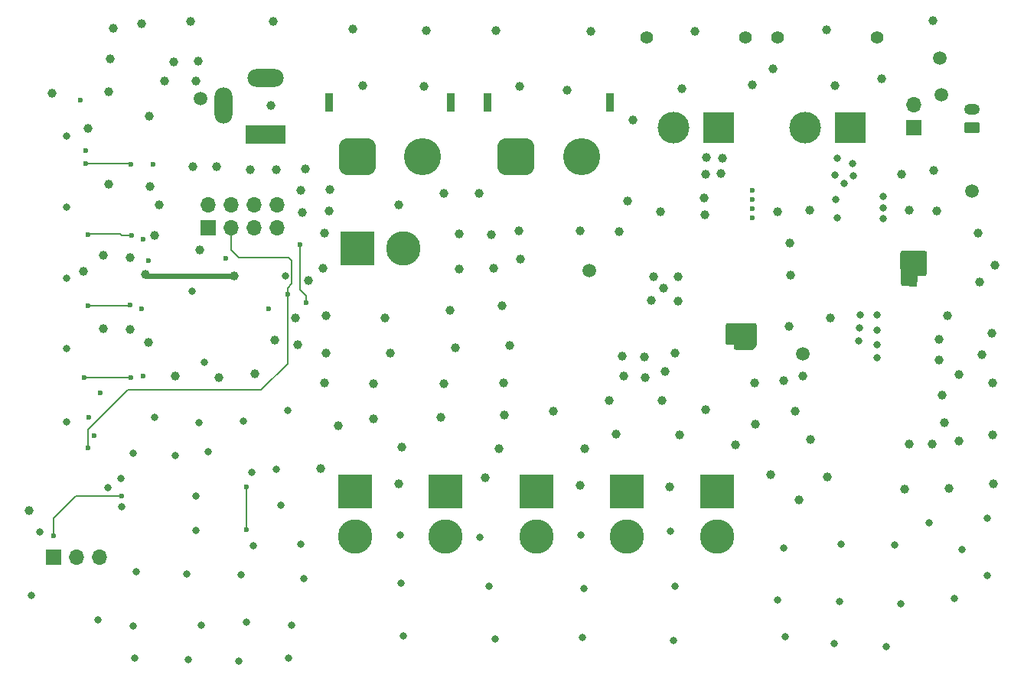
<source format=gbl>
%TF.GenerationSoftware,KiCad,Pcbnew,8.0.5+1*%
%TF.CreationDate,2024-10-17T13:46:47-04:00*%
%TF.ProjectId,mainBoard,6d61696e-426f-4617-9264-2e6b69636164,rev?*%
%TF.SameCoordinates,Original*%
%TF.FileFunction,Copper,L4,Bot*%
%TF.FilePolarity,Positive*%
%FSLAX46Y46*%
G04 Gerber Fmt 4.6, Leading zero omitted, Abs format (unit mm)*
G04 Created by KiCad (PCBNEW 8.0.5+1) date 2024-10-17 13:46:47*
%MOMM*%
%LPD*%
G01*
G04 APERTURE LIST*
G04 Aperture macros list*
%AMRoundRect*
0 Rectangle with rounded corners*
0 $1 Rounding radius*
0 $2 $3 $4 $5 $6 $7 $8 $9 X,Y pos of 4 corners*
0 Add a 4 corners polygon primitive as box body*
4,1,4,$2,$3,$4,$5,$6,$7,$8,$9,$2,$3,0*
0 Add four circle primitives for the rounded corners*
1,1,$1+$1,$2,$3*
1,1,$1+$1,$4,$5*
1,1,$1+$1,$6,$7*
1,1,$1+$1,$8,$9*
0 Add four rect primitives between the rounded corners*
20,1,$1+$1,$2,$3,$4,$5,0*
20,1,$1+$1,$4,$5,$6,$7,0*
20,1,$1+$1,$6,$7,$8,$9,0*
20,1,$1+$1,$8,$9,$2,$3,0*%
G04 Aperture macros list end*
%TA.AperFunction,ComponentPad*%
%ADD10R,4.500000X2.000000*%
%TD*%
%TA.AperFunction,ComponentPad*%
%ADD11O,4.000000X2.000000*%
%TD*%
%TA.AperFunction,ComponentPad*%
%ADD12O,2.000000X4.000000*%
%TD*%
%TA.AperFunction,ComponentPad*%
%ADD13RoundRect,0.250000X0.625000X-0.350000X0.625000X0.350000X-0.625000X0.350000X-0.625000X-0.350000X0*%
%TD*%
%TA.AperFunction,ComponentPad*%
%ADD14O,1.750000X1.200000*%
%TD*%
%TA.AperFunction,ComponentPad*%
%ADD15R,0.900000X2.000000*%
%TD*%
%TA.AperFunction,ComponentPad*%
%ADD16RoundRect,1.025000X-1.025000X-1.025000X1.025000X-1.025000X1.025000X1.025000X-1.025000X1.025000X0*%
%TD*%
%TA.AperFunction,ComponentPad*%
%ADD17C,4.100000*%
%TD*%
%TA.AperFunction,ComponentPad*%
%ADD18C,1.400000*%
%TD*%
%TA.AperFunction,ComponentPad*%
%ADD19R,3.500000X3.500000*%
%TD*%
%TA.AperFunction,ComponentPad*%
%ADD20C,3.500000*%
%TD*%
%TA.AperFunction,ComponentPad*%
%ADD21R,3.800000X3.800000*%
%TD*%
%TA.AperFunction,ComponentPad*%
%ADD22C,3.800000*%
%TD*%
%TA.AperFunction,ComponentPad*%
%ADD23R,1.700000X1.700000*%
%TD*%
%TA.AperFunction,ComponentPad*%
%ADD24O,1.700000X1.700000*%
%TD*%
%TA.AperFunction,ViaPad*%
%ADD25C,0.600000*%
%TD*%
%TA.AperFunction,ViaPad*%
%ADD26C,0.800000*%
%TD*%
%TA.AperFunction,ViaPad*%
%ADD27C,1.000000*%
%TD*%
%TA.AperFunction,ViaPad*%
%ADD28C,1.500000*%
%TD*%
%TA.AperFunction,Conductor*%
%ADD29C,0.200000*%
%TD*%
%TA.AperFunction,Conductor*%
%ADD30C,0.600000*%
%TD*%
G04 APERTURE END LIST*
D10*
%TO.P,J5,1*%
%TO.N,+12V*%
X43075000Y-34095000D03*
D11*
%TO.P,J5,2*%
%TO.N,GND*%
X43075000Y-27895000D03*
D12*
%TO.P,J5,3*%
%TO.N,N/C*%
X38375000Y-30895000D03*
%TD*%
D13*
%TO.P,J21,1,Pin_1*%
%TO.N,+5V*%
X121246571Y-33355001D03*
D14*
%TO.P,J21,2,Pin_2*%
%TO.N,GND*%
X121246571Y-31355001D03*
%TD*%
D15*
%TO.P,J2,*%
%TO.N,*%
X67645000Y-30575000D03*
X81145000Y-30575000D03*
D16*
%TO.P,J2,1,Pin_1*%
%TO.N,+12V*%
X70795000Y-36575000D03*
D17*
%TO.P,J2,2,Pin_2*%
%TO.N,GND*%
X77995000Y-36575000D03*
%TD*%
D18*
%TO.P,J4,*%
%TO.N,*%
X85195000Y-23375000D03*
X96195000Y-23375000D03*
D19*
%TO.P,J4,1,Pin_1*%
%TO.N,+3V3*%
X93195000Y-33375000D03*
D20*
%TO.P,J4,2,Pin_2*%
%TO.N,GND*%
X88195000Y-33375000D03*
%TD*%
D18*
%TO.P,J3,*%
%TO.N,*%
X99745000Y-23375000D03*
X110745000Y-23375000D03*
D19*
%TO.P,J3,1,Pin_1*%
%TO.N,+5V*%
X107745000Y-33375000D03*
D20*
%TO.P,J3,2,Pin_2*%
%TO.N,GND*%
X102745000Y-33375000D03*
%TD*%
D21*
%TO.P,J11,1,Pin_1*%
%TO.N,+12V*%
X93000000Y-73650000D03*
D22*
%TO.P,J11,2,Pin_2*%
%TO.N,GND*%
X93000000Y-78650000D03*
%TD*%
D23*
%TO.P,J22,1,Pin_1*%
%TO.N,+5V*%
X114775000Y-33375000D03*
D24*
%TO.P,J22,2,Pin_2*%
%TO.N,GND*%
X114775000Y-30835000D03*
%TD*%
D21*
%TO.P,J7,1,Pin_1*%
%TO.N,+12V*%
X53000000Y-73650000D03*
D22*
%TO.P,J7,2,Pin_2*%
%TO.N,GND*%
X53000000Y-78650000D03*
%TD*%
D23*
%TO.P,J23,1,Pin_1*%
%TO.N,unconnected-(J23-Pin_1-Pad1)*%
X36725000Y-44475000D03*
D24*
%TO.P,J23,2,Pin_2*%
%TO.N,unconnected-(J23-Pin_2-Pad2)*%
X36725000Y-41935000D03*
%TO.P,J23,3,Pin_3*%
%TO.N,SDA1*%
X39265000Y-44475000D03*
%TO.P,J23,4,Pin_4*%
%TO.N,unconnected-(J23-Pin_4-Pad4)*%
X39265000Y-41935000D03*
%TO.P,J23,5,Pin_5*%
%TO.N,SCL1*%
X41805000Y-44475000D03*
%TO.P,J23,6,Pin_6*%
%TO.N,GND*%
X41805000Y-41935000D03*
%TO.P,J23,7,Pin_7*%
%TO.N,GPIO_GCLK*%
X44345000Y-44475000D03*
%TO.P,J23,8,Pin_8*%
%TO.N,unconnected-(J23-Pin_8-Pad8)*%
X44345000Y-41935000D03*
%TD*%
D21*
%TO.P,J6,1,Pin_1*%
%TO.N,+12V*%
X53266571Y-46775001D03*
D22*
%TO.P,J6,2,Pin_2*%
%TO.N,GND*%
X58266571Y-46775001D03*
%TD*%
D23*
%TO.P,J12,1,Pin_1*%
%TO.N,C_TX*%
X19646571Y-80925001D03*
D24*
%TO.P,J12,2,Pin_2*%
%TO.N,C_RX*%
X22186571Y-80925001D03*
%TO.P,J12,3,Pin_3*%
%TO.N,GND*%
X24726571Y-80925001D03*
%TD*%
D21*
%TO.P,J9,1,Pin_1*%
%TO.N,+12V*%
X73000000Y-73650000D03*
D22*
%TO.P,J9,2,Pin_2*%
%TO.N,GND*%
X73000000Y-78650000D03*
%TD*%
D21*
%TO.P,J10,1,Pin_1*%
%TO.N,+12V*%
X83000000Y-73650000D03*
D22*
%TO.P,J10,2,Pin_2*%
%TO.N,GND*%
X83000000Y-78650000D03*
%TD*%
D21*
%TO.P,J8,1,Pin_1*%
%TO.N,+12V*%
X63000000Y-73650000D03*
D22*
%TO.P,J8,2,Pin_2*%
%TO.N,GND*%
X63000000Y-78650000D03*
%TD*%
D15*
%TO.P,J1,*%
%TO.N,*%
X50095000Y-30575000D03*
X63595000Y-30575000D03*
D16*
%TO.P,J1,1,Pin_1*%
%TO.N,+12V*%
X53245000Y-36575000D03*
D17*
%TO.P,J1,2,Pin_2*%
%TO.N,GND*%
X60445000Y-36575000D03*
%TD*%
D25*
%TO.N,GND*%
X24785786Y-62714215D03*
D26*
X113885786Y-47814215D03*
X100583484Y-89756619D03*
D25*
X23185786Y-35914215D03*
D26*
X110685786Y-54114215D03*
D27*
X117334539Y-42613628D03*
X79017272Y-22666952D03*
D28*
X117785786Y-29714215D03*
D27*
X114252727Y-42520240D03*
D26*
X21050000Y-65950001D03*
D27*
X35627875Y-26009177D03*
D26*
X58285786Y-89664215D03*
D27*
X113385786Y-38514215D03*
D28*
X121185786Y-40414215D03*
D27*
X105085786Y-22514215D03*
X96885786Y-28614215D03*
D26*
X88379519Y-84199694D03*
D27*
X47785786Y-50314215D03*
X83685786Y-32514215D03*
X41885817Y-60610179D03*
X60806561Y-22573563D03*
X19485786Y-29514215D03*
D26*
X87847756Y-78057829D03*
D27*
X46585786Y-57414215D03*
D26*
X112635786Y-79564215D03*
D27*
X76385786Y-29214215D03*
D26*
X111735786Y-90814215D03*
D27*
X97185786Y-61614215D03*
D25*
X30085786Y-48114215D03*
D26*
X28556162Y-92149553D03*
X110685786Y-58814215D03*
X40574009Y-65880453D03*
D25*
X96885786Y-43314215D03*
D27*
X101185786Y-49714215D03*
D26*
X17135786Y-85214215D03*
X40935786Y-88114215D03*
D27*
X43885786Y-21614215D03*
D26*
X45935786Y-88464215D03*
D27*
X86785786Y-42714215D03*
D26*
X100344190Y-79945589D03*
X67826872Y-84199694D03*
D27*
X88660786Y-49864215D03*
D25*
X29485786Y-60914215D03*
D27*
X25085786Y-47514215D03*
D26*
X96685786Y-55814215D03*
X108885786Y-54114215D03*
D27*
X122066572Y-50495001D03*
X87110786Y-51139215D03*
D25*
X22585786Y-30314215D03*
D26*
X35335786Y-77964215D03*
X68435786Y-90014215D03*
X34485786Y-92264215D03*
X21050000Y-34314215D03*
X110685786Y-57414215D03*
D25*
X23485786Y-65414215D03*
D26*
X108785786Y-55514215D03*
X99732663Y-85662043D03*
D25*
X24085786Y-67514215D03*
D26*
X30785786Y-65414215D03*
X106698760Y-79520178D03*
D27*
X35785786Y-46914215D03*
D26*
X115385786Y-47814215D03*
D27*
X123385786Y-56114215D03*
X123585786Y-72814215D03*
D26*
X36735786Y-69264215D03*
X41510786Y-71564215D03*
X21050000Y-50050001D03*
D25*
X96885786Y-40314215D03*
D27*
X31292577Y-41910081D03*
X34788591Y-21602326D03*
X30785786Y-45314215D03*
X100972916Y-55370465D03*
X47136083Y-42761811D03*
X33085786Y-60914215D03*
X106035227Y-28711232D03*
D26*
X120135786Y-80064215D03*
X122935786Y-76614215D03*
X27085786Y-72239215D03*
X46935786Y-79464215D03*
D25*
X38685786Y-47814215D03*
D26*
X105985786Y-90514215D03*
D27*
X30285786Y-39914215D03*
X37685786Y-37714215D03*
X44085786Y-56914215D03*
D26*
X35935786Y-88464215D03*
D27*
X103251590Y-42520240D03*
D26*
X57935786Y-78464215D03*
D25*
X30585786Y-37414215D03*
D27*
X77885786Y-44814215D03*
X68585786Y-22614215D03*
D26*
X34921571Y-51450000D03*
X45572583Y-92096377D03*
D27*
X46385786Y-54414215D03*
D26*
X119248371Y-85529102D03*
D27*
X123535520Y-61608801D03*
X16885786Y-75814215D03*
X99685786Y-42714215D03*
D26*
X110685786Y-55814215D03*
D27*
X123785786Y-48614215D03*
X83085786Y-41514215D03*
X87225001Y-60353430D03*
D26*
X47327402Y-83295697D03*
D28*
X102485786Y-58414215D03*
D26*
X77935786Y-78464215D03*
D27*
X85735786Y-52464215D03*
D25*
X96885786Y-42314215D03*
D26*
X36257500Y-59342501D03*
X44735786Y-75214215D03*
D27*
X89085786Y-29014215D03*
X100385786Y-61414215D03*
D26*
X21050000Y-57850001D03*
D27*
X26178193Y-22386787D03*
D26*
X111385786Y-43414215D03*
X106585786Y-85814215D03*
X113985786Y-49014215D03*
X96585786Y-57014215D03*
X88185786Y-90214215D03*
X34352380Y-82843698D03*
D25*
X43385786Y-53414215D03*
D27*
X29390749Y-21863813D03*
X121885786Y-45014215D03*
X60585786Y-28814215D03*
X30185786Y-32114215D03*
D26*
X108685786Y-57014215D03*
D27*
X71185786Y-28814215D03*
D26*
X28435786Y-88564215D03*
X25635786Y-73264215D03*
D27*
X22885786Y-49314215D03*
X118485786Y-54214215D03*
D28*
X117635001Y-25663430D03*
D26*
X35335786Y-74164215D03*
D27*
X90560061Y-22704307D03*
X111185786Y-27914215D03*
D26*
X115285786Y-49014215D03*
D27*
X28085786Y-47714215D03*
X123516842Y-67361518D03*
X28085786Y-55714215D03*
D26*
X33035786Y-69664215D03*
D27*
X46985786Y-40314215D03*
X113785786Y-73414215D03*
X35385786Y-28214215D03*
X99185786Y-26814215D03*
D26*
X28396633Y-69443266D03*
D27*
X34985786Y-37714215D03*
D26*
X111385786Y-42214215D03*
D28*
X78885786Y-49214215D03*
D27*
X25085786Y-55614215D03*
D26*
X95685786Y-55814215D03*
D27*
X82185786Y-44914215D03*
X37892950Y-61008636D03*
X32885786Y-26114215D03*
X53785786Y-28714215D03*
D26*
X111385786Y-41014215D03*
D27*
X105585786Y-54414215D03*
X31885786Y-28214215D03*
D26*
X95585786Y-57014215D03*
D27*
X85960786Y-49914215D03*
X116985786Y-38114215D03*
D26*
X35734964Y-66013393D03*
X78249430Y-84438987D03*
X41735786Y-79689215D03*
X40387892Y-82923462D03*
D27*
X25685786Y-29414215D03*
X118685786Y-73314215D03*
D28*
X35841571Y-30170000D03*
D26*
X44235786Y-71214215D03*
D27*
X30085786Y-57114215D03*
D26*
X24535786Y-87864215D03*
X45285786Y-49814215D03*
D27*
X23385786Y-33414215D03*
X25685786Y-39614215D03*
D26*
X113319212Y-86114041D03*
D25*
X96885786Y-41314215D03*
D27*
X52685786Y-22414215D03*
X43685786Y-30914215D03*
D26*
X122885786Y-83014215D03*
D27*
X102485786Y-60914215D03*
D26*
X40135786Y-92464215D03*
D27*
X88735786Y-52564215D03*
X25885786Y-25714215D03*
D25*
X29485786Y-45714215D03*
D26*
X27135786Y-75364215D03*
X78135786Y-89864215D03*
X28735786Y-82514215D03*
X21050000Y-42150001D03*
D27*
X116885786Y-21514215D03*
X122285786Y-58514215D03*
D25*
X29385786Y-53414215D03*
D26*
X18110786Y-78164215D03*
D27*
X101085786Y-46114215D03*
D26*
X58035786Y-83814215D03*
X45485786Y-64664215D03*
X66785786Y-78714215D03*
X116435786Y-77114215D03*
%TO.N,+5V*%
X106285786Y-36714215D03*
X106285786Y-43314215D03*
X107985786Y-37314215D03*
X108085786Y-38714215D03*
X106085786Y-38614215D03*
X107085786Y-39514215D03*
X106185786Y-41314215D03*
D27*
%TO.N,+3V3*%
X91835786Y-36664215D03*
X93585786Y-36714215D03*
X39635786Y-49814215D03*
X91735786Y-38564215D03*
X93485786Y-38464215D03*
X91585786Y-41114215D03*
X91685786Y-43014215D03*
X29785786Y-49595000D03*
D25*
%TO.N,C_TX*%
X27135786Y-74164215D03*
X19635786Y-78564215D03*
D27*
%TO.N,+12V*%
X70085786Y-57514215D03*
X58172491Y-68753927D03*
X97285786Y-66214215D03*
X69188881Y-53087141D03*
X56285786Y-54414215D03*
X49185786Y-71114215D03*
X41385786Y-38014215D03*
X78335786Y-68964215D03*
X103385786Y-67914215D03*
X68885786Y-68914215D03*
X55037522Y-61717098D03*
X64469661Y-45105557D03*
X64485786Y-49014215D03*
X49585786Y-61614215D03*
X44285786Y-38014215D03*
X57835786Y-72814215D03*
X105218761Y-72040518D03*
X68285786Y-48914215D03*
X81885786Y-67314215D03*
X101685786Y-64814215D03*
X47485786Y-37914215D03*
X51085786Y-66414215D03*
X88885786Y-67414215D03*
X81085786Y-63614215D03*
X64085786Y-57714215D03*
X49585786Y-45014215D03*
X63473519Y-53585212D03*
X69485786Y-65214215D03*
X71285786Y-47914215D03*
X86885786Y-63614215D03*
X95085786Y-68514215D03*
X68085786Y-45214215D03*
X69381959Y-61661065D03*
X102085786Y-74564215D03*
X49785786Y-58314215D03*
X98985786Y-71764215D03*
X62798086Y-61717098D03*
X54985786Y-65614215D03*
X67385786Y-72114215D03*
X57785786Y-41914215D03*
X91785786Y-64614215D03*
X49385786Y-48914215D03*
X50085786Y-42614215D03*
X49785786Y-54214215D03*
X56885786Y-58314215D03*
X62485786Y-65414215D03*
X71085786Y-44814215D03*
X87785786Y-73114215D03*
X50185786Y-40214215D03*
X74885786Y-64814215D03*
X62785786Y-40614215D03*
X77885786Y-73014215D03*
X66685786Y-40614215D03*
D25*
%TO.N,SCL1*%
X46885786Y-46314215D03*
X47585786Y-52714215D03*
%TO.N,SDA1*%
X23385786Y-68814215D03*
X45485786Y-51814215D03*
%TO.N,SDAS0*%
X28185786Y-37414215D03*
X23185786Y-37305000D03*
%TO.N,SDAS1*%
X28225000Y-45314215D03*
X23385786Y-45205000D03*
%TO.N,SDAS2*%
X23385786Y-53114215D03*
X28085786Y-53014215D03*
%TO.N,SDAS3*%
X28125000Y-61014215D03*
X22985786Y-61014215D03*
%TO.N,Net-(C16-Pad1)*%
X40935786Y-77864215D03*
X40935786Y-73164215D03*
D27*
%TO.N,Net-(Q1-S)*%
X82685786Y-60914215D03*
X82485786Y-58639215D03*
X85010786Y-58764215D03*
X88385786Y-58314215D03*
X85085786Y-61014215D03*
%TO.N,Net-(Q2-S)*%
X119785786Y-68114215D03*
X114285786Y-68414215D03*
X117885786Y-63014215D03*
X117585786Y-56814215D03*
X118185786Y-66014215D03*
X116785786Y-68414215D03*
X119785786Y-60714215D03*
X117585786Y-59114215D03*
%TD*%
D29*
%TO.N,SDA1*%
X45485786Y-51814215D02*
X45485786Y-51114215D01*
X45485786Y-51114215D02*
X45985786Y-50614215D01*
X45985786Y-50614215D02*
X45985786Y-48114215D01*
X45985786Y-48114215D02*
X45585786Y-47714215D01*
X45585786Y-47714215D02*
X40085786Y-47714215D01*
X40085786Y-47714215D02*
X39265000Y-46893429D01*
X39265000Y-46893429D02*
X39265000Y-44475000D01*
D30*
%TO.N,+3V3*%
X29785786Y-49595000D02*
X29955001Y-49764215D01*
X29955001Y-49764215D02*
X39585786Y-49764215D01*
X39585786Y-49764215D02*
X39635786Y-49814215D01*
D29*
%TO.N,C_TX*%
X19635786Y-76614215D02*
X22085786Y-74164215D01*
X19635786Y-78564215D02*
X19635786Y-77264215D01*
X19635786Y-77264215D02*
X19635786Y-77164215D01*
X19635786Y-77264215D02*
X19635786Y-76614215D01*
X22085786Y-74164215D02*
X27135786Y-74164215D01*
%TO.N,SCL1*%
X47585786Y-52014215D02*
X46885786Y-51314215D01*
X46885786Y-51314215D02*
X46885786Y-46314215D01*
X47585786Y-52714215D02*
X47585786Y-52014215D01*
%TO.N,SDA1*%
X23385786Y-66814215D02*
X23385786Y-68814215D01*
X45485786Y-59514215D02*
X42585786Y-62414215D01*
X42585786Y-62414215D02*
X27785786Y-62414215D01*
X27785786Y-62414215D02*
X23385786Y-66814215D01*
X45485786Y-51814215D02*
X45485786Y-59514215D01*
%TO.N,SDAS0*%
X23185786Y-37305000D02*
X23195001Y-37314215D01*
X23195001Y-37314215D02*
X28085786Y-37314215D01*
X28085786Y-37314215D02*
X28185786Y-37414215D01*
%TO.N,SDAS1*%
X23426571Y-45164215D02*
X23385786Y-45205000D01*
X28225000Y-45314215D02*
X27135786Y-45314215D01*
X26985786Y-45164215D02*
X23426571Y-45164215D01*
X27135786Y-45314215D02*
X26985786Y-45164215D01*
%TO.N,SDAS2*%
X27985786Y-53114215D02*
X28085786Y-53014215D01*
X23385786Y-53114215D02*
X27985786Y-53114215D01*
%TO.N,SDAS3*%
X28125000Y-61014215D02*
X22985786Y-61014215D01*
%TO.N,Net-(C16-Pad1)*%
X40935786Y-77864215D02*
X40935786Y-73164215D01*
%TD*%
%TA.AperFunction,Conductor*%
%TO.N,GND*%
G36*
X116044230Y-47016653D02*
G01*
X116085024Y-47024864D01*
X116130147Y-47043795D01*
X116154159Y-47060077D01*
X116188445Y-47094991D01*
X116204288Y-47119294D01*
X116222398Y-47164758D01*
X116229866Y-47205696D01*
X116231858Y-47230196D01*
X116204310Y-48745351D01*
X116189649Y-49551721D01*
X116184944Y-49583371D01*
X116170344Y-49634734D01*
X116137949Y-49689305D01*
X116111758Y-49715024D01*
X116056610Y-49746420D01*
X116004986Y-49760086D01*
X115973254Y-49764215D01*
X115185786Y-49764215D01*
X115185786Y-49939215D01*
X115185786Y-49939216D01*
X115185786Y-50107807D01*
X115185774Y-50109533D01*
X115185733Y-50112479D01*
X115185638Y-50115915D01*
X115185512Y-50118939D01*
X115185428Y-50120655D01*
X115147576Y-50801998D01*
X115143849Y-50826045D01*
X115133574Y-50865943D01*
X115112569Y-50909582D01*
X115095292Y-50932539D01*
X115059177Y-50964801D01*
X115034424Y-50979390D01*
X114988699Y-50995360D01*
X114947901Y-51001087D01*
X114923590Y-51002089D01*
X113585023Y-50925599D01*
X113554850Y-50920075D01*
X113505883Y-50904654D01*
X113454082Y-50872673D01*
X113429452Y-50847256D01*
X113399118Y-50794480D01*
X113385242Y-50745044D01*
X113380670Y-50714723D01*
X113291364Y-47231748D01*
X113293194Y-47207115D01*
X113300427Y-47165946D01*
X113318364Y-47120172D01*
X113334162Y-47095689D01*
X113368471Y-47060487D01*
X113392546Y-47044064D01*
X113437838Y-47024962D01*
X113478820Y-47016674D01*
X113503391Y-47014215D01*
X116019762Y-47014215D01*
X116044230Y-47016653D01*
G37*
%TD.AperFunction*%
%TD*%
%TA.AperFunction,Conductor*%
%TO.N,GND*%
G36*
X97197757Y-55016596D02*
G01*
X97238132Y-55024627D01*
X97282829Y-55043142D01*
X97306699Y-55059092D01*
X97340908Y-55093301D01*
X97356858Y-55117171D01*
X97375374Y-55161870D01*
X97383403Y-55202235D01*
X97385786Y-55226425D01*
X97385786Y-57435322D01*
X97384096Y-57455724D01*
X97378361Y-57490106D01*
X97370300Y-57513595D01*
X94885786Y-57414215D01*
X94885786Y-57440685D01*
X94691666Y-57434976D01*
X94691660Y-57434975D01*
X94195914Y-57420394D01*
X94164542Y-57415401D01*
X94113659Y-57400421D01*
X94059716Y-57367851D01*
X94034301Y-57341677D01*
X94003332Y-57286801D01*
X93989855Y-57235499D01*
X93985786Y-57203993D01*
X93985786Y-55226425D01*
X93988167Y-55202244D01*
X93996198Y-55161866D01*
X94014713Y-55117171D01*
X94030663Y-55093301D01*
X94064872Y-55059092D01*
X94088742Y-55043142D01*
X94133439Y-55024627D01*
X94173813Y-55016596D01*
X94197997Y-55014215D01*
X97173575Y-55014215D01*
X97197757Y-55016596D01*
G37*
%TD.AperFunction*%
%TD*%
%TA.AperFunction,Conductor*%
%TO.N,GND*%
G36*
X97370301Y-57513595D02*
G01*
X97365122Y-57528691D01*
X97348546Y-57559341D01*
X97337355Y-57576483D01*
X97104532Y-57875827D01*
X97084844Y-57895937D01*
X97048113Y-57925780D01*
X96997883Y-57950347D01*
X96951767Y-57961021D01*
X96923805Y-57964215D01*
X95097997Y-57964215D01*
X95073806Y-57961832D01*
X95058530Y-57958793D01*
X95033442Y-57953803D01*
X94988742Y-57935287D01*
X94964872Y-57919337D01*
X94930663Y-57885128D01*
X94914713Y-57861258D01*
X94896198Y-57816561D01*
X94888167Y-57776186D01*
X94885786Y-57752004D01*
X94885786Y-57634891D01*
X94885786Y-57634889D01*
X94885786Y-57414215D01*
X97370301Y-57513595D01*
G37*
%TD.AperFunction*%
%TD*%
M02*

</source>
